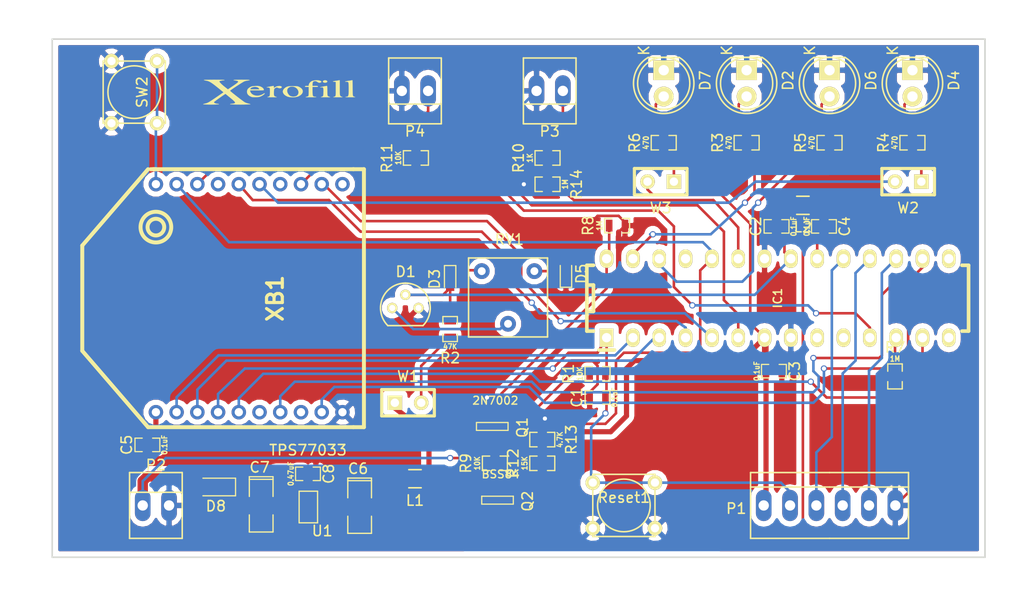
<source format=kicad_pcb>
(kicad_pcb (version 4) (host pcbnew 4.0.5-e0-6337~49~ubuntu14.04.1)
  (layers (0 F.Cu signal) (31 B.Cu signal) (34 B.Paste user hide) (35 F.Paste user hide) (36 B.SilkS user hide) (37 F.SilkS user) (38 B.Mask user hide) (39 F.Mask user hide) (44 Edge.Cuts user))
  (net 0 "")
  (net 1 /MC_Reset)
  (net 2 GND)
  (net 3 /ARef)
  (net 4 /Vcc)
  (net 5 /AVcc)
  (net 6 "Net-(C6-Pad1)")
  (net 7 "Net-(C7-Pad1)")
  (net 8 "Net-(D2-Pad2)")
  (net 9 "Net-(D3-Pad1)")
  (net 10 "Net-(D4-Pad2)")
  (net 11 "Net-(D5-Pad2)")
  (net 12 "Net-(D6-Pad2)")
  (net 13 "Net-(D7-Pad2)")
  (net 14 /Battery)
  (net 15 /RxD)
  (net 16 /TxD)
  (net 17 /CTS)
  (net 18 /RTS)
  (net 19 /Counter)
  (net 20 "Net-(IC1-Pad9)")
  (net 21 /Sleep_RQ)
  (net 22 /XBee_Reset)
  (net 23 "Net-(IC1-Pad14)")
  (net 24 "Net-(IC1-Pad10)")
  (net 25 /MOSI)
  (net 26 /MISO)
  (net 27 /SCK)
  (net 28 "Net-(P3-Pad1)")
  (net 29 "Net-(P4-Pad1)")
  (net 30 "Net-(Q2-PadD)")
  (net 31 "Net-(R2-Pad1)")
  (net 32 /TEST)
  (net 33 /Associate)
  (net 34 /DEBUG)
  (net 35 /Analogue)
  (net 36 "Net-(D1-Pad1)")
  (net 37 /Commissioning)
  (net 38 "Net-(U1-Pad4)")
  (net 39 "Net-(XB1-Pad14)")
  (net 40 "Net-(XB1-Pad17)")
  (net 41 "Net-(XB1-Pad11)")
  (net 42 "Net-(XB1-Pad8)")
  (net 43 "Net-(XB1-Pad6)")
  (net 44 /Bootloader)
  (net 45 "Net-(IC1-Pad15)")
  (net 46 "Net-(IC1-Pad25)")
  (net 47 /VBAT_CTL)
  (net 48 /On_Sleep)
  (net 49 "Net-(Q1-PadD)")
  (net 50 /VBAT)
  (net 51 "Net-(R4-Pad2)")
  (net 52 "Net-(R6-Pad2)")
  (module photodiode:PINHEAD1-2 (layer F.Cu) (at 85 55 180)
    (fp_text reference P4 (at 0 -3.9 180) (layer F.SilkS))
    (fp_text value Count)
    (pad 1 thru_hole oval (at -1.27 0 180) (size 1.50622 3.01498) (drill 1) (layers *.Cu *.Mask) (net 29 "Net-(P4-Pad1)"))
    (pad 2 thru_hole oval (at 1.27 0 180) (size 1.50622 3.01498) (drill 1) (layers *.Cu *.Mask) (net 2 GND))
  )
  (module photodiode:SM0603_Capa (layer F.Cu) (at 102.616 84.582 180)
    (fp_text reference C1 (at 2 0 270) (layer F.SilkS))
    (fp_text value 0.1uF (at -1.651 0 270) (layer F.SilkS) (effects (font (size 0.508 0.4572) (thickness 0.1143))))
    (pad 1 smd rect (at -0.762 0 180) (size 0.635 1.143) (layers F.Cu F.Paste F.Mask) (net 1 /MC_Reset))
    (pad 2 smd rect (at 0.762 0 180) (size 0.635 1.143) (layers F.Cu F.Paste F.Mask) (net 2 GND))
  )
  (module photodiode:SM0603_Capa (layer F.Cu) (at 119.888 68.072 180)
    (fp_text reference C2 (at 2 0 270) (layer F.SilkS))
    (fp_text value 0.1uF (at -1.651 0 270) (layer F.SilkS) (effects (font (size 0.508 0.4572) (thickness 0.1143))))
    (pad 1 smd rect (at -0.762 0 180) (size 0.635 1.143) (layers F.Cu F.Paste F.Mask) (net 3 /ARef))
    (pad 2 smd rect (at 0.762 0 180) (size 0.635 1.143) (layers F.Cu F.Paste F.Mask) (net 2 GND))
  )
  (module photodiode:SM0603_Capa (layer F.Cu) (at 119.634 82.042)
    (fp_text reference C3 (at 2 0 90) (layer F.SilkS))
    (fp_text value 0.1uF (at -1.651 0 90) (layer F.SilkS) (effects (font (size 0.508 0.4572) (thickness 0.1143))))
    (pad 1 smd rect (at -0.762 0) (size 0.635 1.143) (layers F.Cu F.Paste F.Mask) (net 4 /Vcc))
    (pad 2 smd rect (at 0.762 0) (size 0.635 1.143) (layers F.Cu F.Paste F.Mask) (net 2 GND))
  )
  (module photodiode:SM0603_Capa (layer F.Cu) (at 124.46 68.072)
    (fp_text reference C4 (at 2 0 90) (layer F.SilkS))
    (fp_text value 0.1uF (at -1.651 0 90) (layer F.SilkS) (effects (font (size 0.508 0.4572) (thickness 0.1143))))
    (pad 1 smd rect (at -0.762 0) (size 0.635 1.143) (layers F.Cu F.Paste F.Mask) (net 5 /AVcc))
    (pad 2 smd rect (at 0.762 0) (size 0.635 1.143) (layers F.Cu F.Paste F.Mask) (net 2 GND))
  )
  (module photodiode:SM0603_Capa (layer F.Cu) (at 59.182 89.154 180)
    (fp_text reference C5 (at 2 0 270) (layer F.SilkS))
    (fp_text value 0.1uF (at -1.651 0 270) (layer F.SilkS) (effects (font (size 0.508 0.4572) (thickness 0.1143))))
    (pad 1 smd rect (at -0.762 0 180) (size 0.635 1.143) (layers F.Cu F.Paste F.Mask) (net 4 /Vcc))
    (pad 2 smd rect (at 0.762 0 180) (size 0.635 1.143) (layers F.Cu F.Paste F.Mask) (net 2 GND))
  )
  (module photodiode:SM1206POL (layer F.Cu) (at 79.66 95.15 270)
    (fp_text reference C6 (at -3.7 0.15 360) (layer F.SilkS))
    (fp_text value 10uF hide)
    (pad 1 smd rect (at -1.651 0 270) (size 1.524 2.032) (layers F.Cu F.Paste F.Mask) (net 6 "Net-(C6-Pad1)"))
    (pad 2 smd rect (at 1.651 0 270) (size 1.524 2.032) (layers F.Cu F.Paste F.Mask) (net 2 GND))
  )
  (module photodiode:SM1206POL (layer F.Cu) (at 70.16 95.02 270)
    (fp_text reference C7 (at -3.7 0.15 360) (layer F.SilkS))
    (fp_text value 10uF hide)
    (pad 1 smd rect (at -1.651 0 270) (size 1.524 2.032) (layers F.Cu F.Paste F.Mask) (net 7 "Net-(C7-Pad1)"))
    (pad 2 smd rect (at 1.651 0 270) (size 1.524 2.032) (layers F.Cu F.Paste F.Mask) (net 2 GND))
  )
  (module photodiode:LED-5MM (layer F.Cu) (at 117 53 270)
    (fp_text reference D2 (at 1 -4 270) (layer F.SilkS))
    (fp_text value Test)
    (fp_text user K (at -1.905 1.905 270) (layer F.SilkS))
    (pad 1 thru_hole rect (at 0 0) (size 2 1.9) (drill 1) (layers *.Cu *.Mask F.SilkS) (net 2 GND))
    (pad 2 thru_hole circle (at 2.54 0 270) (size 1.9 1.9) (drill 1) (layers *.Cu *.Mask F.SilkS) (net 8 "Net-(D2-Pad2)"))
  )
  (module photodiode:D_0603 (layer F.Cu) (at 88.392 73.152 270)
    (fp_text reference D3 (at 0 1.5 270) (layer F.SilkS))
    (fp_text value D)
    (pad 1 smd rect (at -0.85 0 270) (size 0.6 0.8) (layers F.Cu F.Paste F.Mask) (net 9 "Net-(D3-Pad1)"))
    (pad 2 smd rect (at 0.85 0 270) (size 0.6 0.8) (layers F.Cu F.Paste F.Mask) (net 3 /ARef))
  )
  (module photodiode:LED-5MM (layer F.Cu) (at 133 53 270)
    (fp_text reference D4 (at 1 -4 270) (layer F.SilkS))
    (fp_text value Associate)
    (fp_text user K (at -1.905 1.905 270) (layer F.SilkS))
    (pad 1 thru_hole rect (at 0 0) (size 2 1.9) (drill 1) (layers *.Cu *.Mask F.SilkS) (net 2 GND))
    (pad 2 thru_hole circle (at 2.54 0 270) (size 1.9 1.9) (drill 1) (layers *.Cu *.Mask F.SilkS) (net 10 "Net-(D4-Pad2)"))
  )
  (module photodiode:D_0603 (layer F.Cu) (at 99.568 72.644 90)
    (fp_text reference D5 (at 0 1.5 90) (layer F.SilkS))
    (fp_text value D)
    (pad 1 smd rect (at -0.85 0 90) (size 0.6 0.8) (layers F.Cu F.Paste F.Mask) (net 2 GND))
    (pad 2 smd rect (at 0.85 0 90) (size 0.6 0.8) (layers F.Cu F.Paste F.Mask) (net 11 "Net-(D5-Pad2)"))
  )
  (module photodiode:LED-5MM (layer F.Cu) (at 125 53 270)
    (fp_text reference D6 (at 1 -4 270) (layer F.SilkS))
    (fp_text value Debug)
    (fp_text user K (at -1.905 1.905 270) (layer F.SilkS))
    (pad 1 thru_hole rect (at 0 0) (size 2 1.9) (drill 1) (layers *.Cu *.Mask F.SilkS) (net 2 GND))
    (pad 2 thru_hole circle (at 2.54 0 270) (size 1.9 1.9) (drill 1) (layers *.Cu *.Mask F.SilkS) (net 12 "Net-(D6-Pad2)"))
  )
  (module photodiode:LED-5MM (layer F.Cu) (at 109 53 270)
    (fp_text reference D7 (at 1 -4 270) (layer F.SilkS))
    (fp_text value Power)
    (fp_text user K (at -1.905 1.905 270) (layer F.SilkS))
    (pad 1 thru_hole rect (at 0 0) (size 2 1.9) (drill 1) (layers *.Cu *.Mask F.SilkS) (net 2 GND))
    (pad 2 thru_hole circle (at 2.54 0 270) (size 1.9 1.9) (drill 1) (layers *.Cu *.Mask F.SilkS) (net 13 "Net-(D7-Pad2)"))
  )
  (module photodiode:D_SOD-323_HandSoldering (layer F.Cu) (at 65.786 93.218 180)
    (fp_text reference D8 (at 0 -1.85 180) (layer F.SilkS))
    (fp_text value CUS520)
    (pad 1 smd rect (at -1.25 0 180) (size 1 1) (layers F.Cu F.Paste F.Mask) (net 7 "Net-(C7-Pad1)"))
    (pad 2 smd rect (at 1.25 0 180) (size 1 1) (layers F.Cu F.Paste F.Mask) (net 14 /Battery))
  )
  (module photodiode:R_0805 (layer F.Cu) (at 85 92.42 180)
    (fp_text reference L1 (at 0 -2.1 180) (layer F.SilkS))
    (fp_text value 100nH)
    (pad 1 smd rect (at -1.35 0 180) (size 1.5 1.3) (layers F.Cu F.Paste F.Mask) (net 4 /Vcc))
    (pad 2 smd rect (at 1.35 0 180) (size 1.5 1.3) (layers F.Cu F.Paste F.Mask) (net 6 "Net-(C6-Pad1)"))
  )
  (module photodiode:R_0805 (layer F.Cu) (at 122.428 66.04 180)
    (fp_text reference L2 (at 0 -2.1 180) (layer F.SilkS))
    (fp_text value 100nH)
    (pad 1 smd rect (at -1.35 0 180) (size 1.5 1.3) (layers F.Cu F.Paste F.Mask) (net 5 /AVcc))
    (pad 2 smd rect (at 1.35 0 180) (size 1.5 1.3) (layers F.Cu F.Paste F.Mask) (net 6 "Net-(C6-Pad1)"))
  )
  (module photodiode:PINHEAD1-6 (layer F.Cu) (at 125 95 180)
    (fp_text reference P1 (at 9 -0.3 180) (layer F.SilkS))
    (fp_text value Program)
    (pad 1 thru_hole oval (at -6.35 0 180) (size 1.50622 3.01498) (drill 1) (layers *.Cu *.Mask) (net 2 GND))
    (pad 2 thru_hole oval (at -3.81 0 180) (size 1.50622 3.01498) (drill 1) (layers *.Cu *.Mask) (net 25 /MOSI))
    (pad 3 thru_hole oval (at -1.27 0 180) (size 1.50622 3.01498) (drill 1) (layers *.Cu *.Mask) (net 26 /MISO))
    (pad 4 thru_hole oval (at 1.27 0 180) (size 1.50622 3.01498) (drill 1) (layers *.Cu *.Mask) (net 27 /SCK))
    (pad 5 thru_hole oval (at 3.81 0 180) (size 1.50622 3.01498) (drill 1) (layers *.Cu *.Mask) (net 1 /MC_Reset))
    (pad 6 thru_hole oval (at 6.35 0 180) (size 1.50622 3.01498) (drill 1) (layers *.Cu *.Mask) (net 4 /Vcc))
  )
  (module photodiode:PINHEAD1-2 (layer F.Cu) (at 60 95)
    (fp_text reference P2 (at 0 -3.9) (layer F.SilkS))
    (fp_text value "Power 3.7V-12V")
    (pad 1 thru_hole oval (at -1.27 0) (size 1.50622 3.01498) (drill 1) (layers *.Cu *.Mask) (net 14 /Battery))
    (pad 2 thru_hole oval (at 1.27 0) (size 1.50622 3.01498) (drill 1) (layers *.Cu *.Mask) (net 2 GND))
  )
  (module photodiode:PINHEAD1-2 (layer F.Cu) (at 98 55 180)
    (fp_text reference P3 (at 0 -3.9 180) (layer F.SilkS))
    (fp_text value Analogue)
    (pad 1 thru_hole oval (at -1.27 0 180) (size 1.50622 3.01498) (drill 1) (layers *.Cu *.Mask) (net 28 "Net-(P3-Pad1)"))
    (pad 2 thru_hole oval (at 1.27 0 180) (size 1.50622 3.01498) (drill 1) (layers *.Cu *.Mask) (net 2 GND))
  )
  (module photodiode:SOT23GDS (layer F.Cu) (at 92.456 87.376)
    (fp_text reference Q1 (at 2.9 0.1 90) (layer F.SilkS))
    (fp_text value 2N7002 (at 0.3 -2.5) (layer F.SilkS) (effects (font (size 0.762 0.762) (thickness 0.12954))))
    (pad S smd rect (at -0.889 -1.016) (size 0.9144 0.9144) (layers F.Cu F.Paste F.Mask) (net 2 GND))
    (pad G smd rect (at 0.889 -1.016) (size 0.9144 0.9144) (layers F.Cu F.Paste F.Mask) (net 47 /VBAT_CTL))
    (pad D smd rect (at 0 1.016) (size 0.9144 0.9144) (layers F.Cu F.Paste F.Mask) (net 49 "Net-(Q1-PadD)"))
  )
  (module photodiode:SOT23GDS (layer F.Cu) (at 92.964 94.488)
    (fp_text reference Q2 (at 2.9 0.1 90) (layer F.SilkS))
    (fp_text value BSS84 (at 0.3 -2.5) (layer F.SilkS) (effects (font (size 0.762 0.762) (thickness 0.12954))))
    (pad S smd rect (at -0.889 -1.016) (size 0.9144 0.9144) (layers F.Cu F.Paste F.Mask) (net 14 /Battery))
    (pad G smd rect (at 0.889 -1.016) (size 0.9144 0.9144) (layers F.Cu F.Paste F.Mask) (net 49 "Net-(Q1-PadD)"))
    (pad D smd rect (at 0 1.016) (size 0.9144 0.9144) (layers F.Cu F.Paste F.Mask) (net 30 "Net-(Q2-PadD)"))
  )
  (module photodiode:SM0603_Resistor (layer F.Cu) (at 102.616 82.296)
    (fp_text reference R1 (at -2.8 0 90) (layer F.SilkS))
    (fp_text value 10K (at -1.69926 0 90) (layer F.SilkS) (effects (font (size 0.508 0.4572) (thickness 0.1143))))
    (pad 1 smd rect (at -0.762 0) (size 0.635 1.143) (layers F.Cu F.Paste F.Mask) (net 4 /Vcc))
    (pad 2 smd rect (at 0.762 0) (size 0.635 1.143) (layers F.Cu F.Paste F.Mask) (net 1 /MC_Reset))
  )
  (module photodiode:SM0603_Resistor (layer F.Cu) (at 88.392 77.978 90)
    (fp_text reference R2 (at -2.8 0 180) (layer F.SilkS))
    (fp_text value 47K (at -1.69926 0 180) (layer F.SilkS) (effects (font (size 0.508 0.4572) (thickness 0.1143))))
    (pad 1 smd rect (at -0.762 0 90) (size 0.635 1.143) (layers F.Cu F.Paste F.Mask) (net 31 "Net-(R2-Pad1)"))
    (pad 2 smd rect (at 0.762 0 90) (size 0.635 1.143) (layers F.Cu F.Paste F.Mask) (net 3 /ARef))
  )
  (module photodiode:SM0603_Resistor (layer F.Cu) (at 117 60)
    (fp_text reference R3 (at -2.8 0 90) (layer F.SilkS))
    (fp_text value 470 (at -1.69926 0 90) (layer F.SilkS) (effects (font (size 0.508 0.4572) (thickness 0.1143))))
    (pad 1 smd rect (at -0.762 0) (size 0.635 1.143) (layers F.Cu F.Paste F.Mask) (net 8 "Net-(D2-Pad2)"))
    (pad 2 smd rect (at 0.762 0) (size 0.635 1.143) (layers F.Cu F.Paste F.Mask) (net 32 /TEST))
  )
  (module photodiode:SM0603_Resistor (layer F.Cu) (at 133 60)
    (fp_text reference R4 (at -2.8 0 90) (layer F.SilkS))
    (fp_text value 470 (at -1.69926 0 90) (layer F.SilkS) (effects (font (size 0.508 0.4572) (thickness 0.1143))))
    (pad 1 smd rect (at -0.762 0) (size 0.635 1.143) (layers F.Cu F.Paste F.Mask) (net 10 "Net-(D4-Pad2)"))
    (pad 2 smd rect (at 0.762 0) (size 0.635 1.143) (layers F.Cu F.Paste F.Mask) (net 51 "Net-(R4-Pad2)"))
  )
  (module photodiode:SM0603_Resistor (layer F.Cu) (at 125 60)
    (fp_text reference R5 (at -2.8 0 90) (layer F.SilkS))
    (fp_text value 470 (at -1.69926 0 90) (layer F.SilkS) (effects (font (size 0.508 0.4572) (thickness 0.1143))))
    (pad 1 smd rect (at -0.762 0) (size 0.635 1.143) (layers F.Cu F.Paste F.Mask) (net 12 "Net-(D6-Pad2)"))
    (pad 2 smd rect (at 0.762 0) (size 0.635 1.143) (layers F.Cu F.Paste F.Mask) (net 34 /DEBUG))
  )
  (module photodiode:SM0603_Resistor (layer F.Cu) (at 109 60)
    (fp_text reference R6 (at -2.8 0 90) (layer F.SilkS))
    (fp_text value 470 (at -1.69926 0 90) (layer F.SilkS) (effects (font (size 0.508 0.4572) (thickness 0.1143))))
    (pad 1 smd rect (at -0.762 0) (size 0.635 1.143) (layers F.Cu F.Paste F.Mask) (net 13 "Net-(D7-Pad2)"))
    (pad 2 smd rect (at 0.762 0) (size 0.635 1.143) (layers F.Cu F.Paste F.Mask) (net 52 "Net-(R6-Pad2)"))
  )
  (module photodiode:SM0603_Resistor (layer F.Cu) (at 131.318 82.55 270)
    (fp_text reference R7 (at -2.8 0 360) (layer F.SilkS))
    (fp_text value 1M (at -1.69926 0 360) (layer F.SilkS) (effects (font (size 0.508 0.4572) (thickness 0.1143))))
    (pad 1 smd rect (at -0.762 0 270) (size 0.635 1.143) (layers F.Cu F.Paste F.Mask) (net 21 /Sleep_RQ))
    (pad 2 smd rect (at 0.762 0 270) (size 0.635 1.143) (layers F.Cu F.Paste F.Mask) (net 2 GND))
  )
  (module photodiode:SM0603_Resistor (layer F.Cu) (at 104.5 68)
    (fp_text reference R8 (at -2.8 0 90) (layer F.SilkS))
    (fp_text value 1M (at -1.69926 0 90) (layer F.SilkS) (effects (font (size 0.508 0.4572) (thickness 0.1143))))
    (pad 1 smd rect (at -0.762 0) (size 0.635 1.143) (layers F.Cu F.Paste F.Mask) (net 47 /VBAT_CTL))
    (pad 2 smd rect (at 0.762 0) (size 0.635 1.143) (layers F.Cu F.Paste F.Mask) (net 2 GND))
  )
  (module photodiode:SM0603_Resistor (layer F.Cu) (at 92.71 90.932)
    (fp_text reference R9 (at -2.8 0 90) (layer F.SilkS))
    (fp_text value 10K (at -1.69926 0 90) (layer F.SilkS) (effects (font (size 0.508 0.4572) (thickness 0.1143))))
    (pad 1 smd rect (at -0.762 0) (size 0.635 1.143) (layers F.Cu F.Paste F.Mask) (net 14 /Battery))
    (pad 2 smd rect (at 0.762 0) (size 0.635 1.143) (layers F.Cu F.Paste F.Mask) (net 49 "Net-(Q1-PadD)"))
  )
  (module photodiode:SM0603_Resistor (layer F.Cu) (at 97.79 61.468)
    (fp_text reference R10 (at -2.8 0 90) (layer F.SilkS))
    (fp_text value 1K (at -1.69926 0 90) (layer F.SilkS) (effects (font (size 0.508 0.4572) (thickness 0.1143))))
    (pad 1 smd rect (at -0.762 0) (size 0.635 1.143) (layers F.Cu F.Paste F.Mask) (net 28 "Net-(P3-Pad1)"))
    (pad 2 smd rect (at 0.762 0) (size 0.635 1.143) (layers F.Cu F.Paste F.Mask) (net 35 /Analogue))
  )
  (module photodiode:SM0603_Resistor (layer F.Cu) (at 85.09 61.468)
    (fp_text reference R11 (at -2.8 0 90) (layer F.SilkS))
    (fp_text value 10K (at -1.69926 0 90) (layer F.SilkS) (effects (font (size 0.508 0.4572) (thickness 0.1143))))
    (pad 1 smd rect (at -0.762 0) (size 0.635 1.143) (layers F.Cu F.Paste F.Mask) (net 29 "Net-(P4-Pad1)"))
    (pad 2 smd rect (at 0.762 0) (size 0.635 1.143) (layers F.Cu F.Paste F.Mask) (net 19 /Counter))
  )
  (module photodiode:SM0603_Resistor (layer F.Cu) (at 97.282 90.932)
    (fp_text reference R12 (at -2.8 0 90) (layer F.SilkS))
    (fp_text value 15K (at -1.69926 0 90) (layer F.SilkS) (effects (font (size 0.508 0.4572) (thickness 0.1143))))
    (pad 1 smd rect (at -0.762 0) (size 0.635 1.143) (layers F.Cu F.Paste F.Mask) (net 30 "Net-(Q2-PadD)"))
    (pad 2 smd rect (at 0.762 0) (size 0.635 1.143) (layers F.Cu F.Paste F.Mask) (net 50 /VBAT))
  )
  (module photodiode:SM0603_Resistor (layer F.Cu) (at 97.282 88.646 180)
    (fp_text reference R13 (at -2.8 0 270) (layer F.SilkS))
    (fp_text value 4.7K (at -1.69926 0 270) (layer F.SilkS) (effects (font (size 0.508 0.4572) (thickness 0.1143))))
    (pad 1 smd rect (at -0.762 0 180) (size 0.635 1.143) (layers F.Cu F.Paste F.Mask) (net 50 /VBAT))
    (pad 2 smd rect (at 0.762 0 180) (size 0.635 1.143) (layers F.Cu F.Paste F.Mask) (net 2 GND))
  )
  (module photodiode:SM0603_Resistor (layer F.Cu) (at 97.79 64.008 180)
    (fp_text reference R14 (at -2.8 0 270) (layer F.SilkS))
    (fp_text value 1M (at -1.69926 0 270) (layer F.SilkS) (effects (font (size 0.508 0.4572) (thickness 0.1143))))
    (pad 1 smd rect (at -0.762 0 180) (size 0.635 1.143) (layers F.Cu F.Paste F.Mask) (net 35 /Analogue))
    (pad 2 smd rect (at 0.762 0 180) (size 0.635 1.143) (layers F.Cu F.Paste F.Mask) (net 2 GND))
  )
  (module photodiode:Potentiometer_Bourns_3362F (layer F.Cu) (at 96.52 72.39)
    (fp_text reference RV1 (at -2.413 -3.048) (layer F.SilkS))
    (fp_text value 100K)
    (pad 1 thru_hole circle (at 0 0) (size 1.524 1.524) (drill 0.762) (layers *.Cu *.Mask) (net 11 "Net-(D5-Pad2)"))
    (pad 2 thru_hole circle (at -2.54 5.08) (size 1.524 1.524) (drill 0.762) (layers *.Cu *.Mask) (net 36 "Net-(D1-Pad1)"))
    (pad 3 thru_hole circle (at -5.08 0) (size 1.524 1.524) (drill 0.762) (layers *.Cu *.Mask) (net 9 "Net-(D3-Pad1)"))
  )
  (module photodiode:SW_PUSH_TINY (layer F.Cu) (at 57.912 55.118 270)
    (fp_text reference SW2 (at 0 -0.762 270) (layer F.SilkS))
    (fp_text value Commissioning)
    (pad 1 thru_hole circle (at 3 -2.2 270) (size 1.397 1.397) (drill 0.8) (layers *.Cu *.Mask F.SilkS) (net 37 /Commissioning))
    (pad 2 thru_hole circle (at 3 2.2 270) (size 1.397 1.397) (drill 0.8) (layers *.Cu *.Mask F.SilkS) (net 2 GND))
    (pad 1 thru_hole circle (at -3 -2.2 270) (size 1.397 1.397) (drill 0.8) (layers *.Cu *.Mask F.SilkS) (net 37 /Commissioning))
    (pad 2 thru_hole circle (at -3 2.2 270) (size 1.397 1.397) (drill 0.8) (layers *.Cu *.Mask F.SilkS) (net 2 GND))
  )
  (module photodiode:SOT23-5 (layer F.Cu) (at 74.71 95.15 270)
    (fp_text reference U1 (at 2.31 -1.34 360) (layer F.SilkS))
    (fp_text value TPS77033 (at -5.488 0.034 360) (layer F.SilkS))
    (pad 1 smd rect (at -0.9525 1.27 270) (size 0.508 0.762) (layers F.Cu F.Paste F.Mask) (net 7 "Net-(C7-Pad1)"))
    (pad 3 smd rect (at 0.9525 1.27 270) (size 0.508 0.762) (layers F.Cu F.Paste F.Mask) (net 2 GND))
    (pad 5 smd rect (at -0.9525 -1.27 270) (size 0.508 0.762) (layers F.Cu F.Paste F.Mask) (net 6 "Net-(C6-Pad1)"))
    (pad 2 smd rect (at 0 1.27 270) (size 0.508 0.762) (layers F.Cu F.Paste F.Mask) (net 2 GND))
    (pad 4 smd rect (at 0.9525 -1.27 270) (size 0.508 0.762) (layers F.Cu F.Paste F.Mask) (net 38 "Net-(U1-Pad4)"))
  )
  (module photodiode:SIL-2 (layer F.Cu) (at 84.328 85.09)
    (fp_text reference W1 (at 0 -2.54) (layer F.SilkS))
    (fp_text value Jumper hide)
    (pad 1 thru_hole rect (at -1.27 0) (size 1.397 1.397) (drill 0.8128) (layers *.Cu *.Mask F.SilkS) (net 4 /Vcc))
    (pad 2 thru_hole circle (at 1.27 0) (size 1.397 1.397) (drill 0.8128) (layers *.Cu *.Mask F.SilkS) (net 31 "Net-(R2-Pad1)"))
  )
  (module photodiode:XBee (layer F.Cu) (at 60 75 90)
    (fp_text reference XB1 (at -0.02 11.51 90) (layer F.SilkS) (effects (font (thickness 0.3048))))
    (fp_text value XBEE hide)
    (pad 20 thru_hole circle (at 11.00074 0 90) (size 1.4 1.4) (drill 0.8) (layers *.Cu *.Mask) (net 37 /Commissioning))
    (pad 16 thru_hole circle (at 11.00074 8.001 90) (size 1.4 1.4) (drill 0.8) (layers *.Cu *.Mask) (net 18 /RTS))
    (pad 14 thru_hole circle (at 11.00074 11.99896 90) (size 1.4 1.4) (drill 0.8) (layers *.Cu *.Mask) (net 39 "Net-(XB1-Pad14)"))
    (pad 15 thru_hole circle (at 11.00074 9.99998 90) (size 1.4 1.4) (drill 0.8) (layers *.Cu *.Mask) (net 33 /Associate))
    (pad 18 thru_hole circle (at 11.00074 4.0005 90) (size 1.4 1.4) (drill 0.8) (layers *.Cu *.Mask) (net 35 /Analogue))
    (pad 17 thru_hole circle (at 11.00074 5.99948 90) (size 1.4 1.4) (drill 0.8) (layers *.Cu *.Mask) (net 40 "Net-(XB1-Pad17)"))
    (pad 19 thru_hole circle (at 11.00074 1.99898 90) (size 1.4 1.4) (drill 0.8) (layers *.Cu *.Mask) (net 50 /VBAT))
    (pad 12 thru_hole circle (at 11.00074 15.99946 90) (size 1.4 1.4) (drill 0.8) (layers *.Cu *.Mask) (net 17 /CTS))
    (pad 11 thru_hole circle (at 11.00074 18.00098 90) (size 1.4 1.4) (drill 0.8) (layers *.Cu *.Mask) (net 41 "Net-(XB1-Pad11)"))
    (pad 13 thru_hole circle (at 11.00074 14.00048 90) (size 1.4 1.4) (drill 0.8) (layers *.Cu *.Mask) (net 48 /On_Sleep))
    (pad 8 thru_hole circle (at -11.00074 14.00048 90) (size 1.4 1.4) (drill 0.8) (layers *.Cu *.Mask) (net 42 "Net-(XB1-Pad8)"))
    (pad 10 thru_hole circle (at -11.00074 18.00098 90) (size 1.4 1.4) (drill 0.8) (layers *.Cu *.Mask) (net 2 GND))
    (pad 9 thru_hole circle (at -11.00074 15.99946 90) (size 1.4 1.4) (drill 0.8) (layers *.Cu *.Mask) (net 21 /Sleep_RQ))
    (pad 2 thru_hole circle (at -11.00074 1.99898 90) (size 1.4 1.4) (drill 0.8) (layers *.Cu *.Mask) (net 15 /RxD))
    (pad 4 thru_hole circle (at -11.00074 5.99948 90) (size 1.4 1.4) (drill 0.8) (layers *.Cu *.Mask) (net 1 /MC_Reset))
    (pad 3 thru_hole circle (at -11.00074 4.0005 90) (size 1.4 1.4) (drill 0.8) (layers *.Cu *.Mask) (net 16 /TxD))
    (pad 6 thru_hole circle (at -11.00074 9.99998 90) (size 1.4 1.4) (drill 0.8) (layers *.Cu *.Mask) (net 43 "Net-(XB1-Pad6)"))
    (pad 7 thru_hole circle (at -11.00074 11.99896 90) (size 1.4 1.4) (drill 0.8) (layers *.Cu *.Mask) (net 44 /Bootloader))
    (pad 5 thru_hole circle (at -11.00074 8.001 90) (size 1.4 1.4) (drill 0.8) (layers *.Cu *.Mask) (net 22 /XBee_Reset))
    (pad 1 thru_hole circle (at -11.00074 0 90) (size 1.4 1.4) (drill 0.8) (layers *.Cu *.Mask) (net 4 /Vcc))
  )
  (module photodiode:DIP-28 (layer F.Cu) (at 120 75 90)
    (fp_text reference IC1 (at 0 0 90) (layer F.SilkS) (effects (font (size 0.8 0.8))))
    (fp_text value ATMEGA48-P)
    (pad 1 thru_hole rect (at -3.81 -16.51 90) (size 1.778 1.3) (drill 0.9) (layers *.Cu *.Mask F.SilkS) (net 1 /MC_Reset))
    (pad 2 thru_hole oval (at -3.81 -13.97 90) (size 1.778 1.3) (drill 0.9) (layers *.Cu *.Mask F.SilkS) (net 15 /RxD))
    (pad 3 thru_hole oval (at -3.81 -11.43 90) (size 1.778 1.3) (drill 0.9) (layers *.Cu *.Mask F.SilkS) (net 16 /TxD))
    (pad 4 thru_hole oval (at -3.81 -8.89 90) (size 1.778 1.3) (drill 0.9) (layers *.Cu *.Mask F.SilkS) (net 17 /CTS))
    (pad 5 thru_hole oval (at -3.81 -6.35 90) (size 1.778 1.3) (drill 0.9) (layers *.Cu *.Mask F.SilkS) (net 18 /RTS))
    (pad 6 thru_hole oval (at -3.81 -3.81 90) (size 1.778 1.3) (drill 0.9) (layers *.Cu *.Mask F.SilkS) (net 19 /Counter))
    (pad 7 thru_hole oval (at -3.81 -1.27 90) (size 1.778 1.3) (drill 0.9) (layers *.Cu *.Mask F.SilkS) (net 4 /Vcc))
    (pad 8 thru_hole oval (at -3.81 1.27 90) (size 1.778 1.3) (drill 0.9) (layers *.Cu *.Mask F.SilkS) (net 2 GND))
    (pad 9 thru_hole oval (at -3.81 3.81 90) (size 1.778 1.3) (drill 0.9) (layers *.Cu *.Mask F.SilkS) (net 20 "Net-(IC1-Pad9)"))
    (pad 10 thru_hole oval (at -3.81 6.35 90) (size 1.778 1.3) (drill 0.9) (layers *.Cu *.Mask F.SilkS) (net 24 "Net-(IC1-Pad10)"))
    (pad 11 thru_hole oval (at -3.81 8.89 90) (size 1.778 1.3) (drill 0.9) (layers *.Cu *.Mask F.SilkS) (net 48 /On_Sleep))
    (pad 12 thru_hole oval (at -3.81 11.43 90) (size 1.778 1.3) (drill 0.9) (layers *.Cu *.Mask F.SilkS) (net 21 /Sleep_RQ))
    (pad 13 thru_hole oval (at -3.81 13.97 90) (size 1.778 1.3) (drill 0.9) (layers *.Cu *.Mask F.SilkS) (net 22 /XBee_Reset))
    (pad 14 thru_hole oval (at -3.81 16.51 90) (size 1.778 1.3) (drill 0.9) (layers *.Cu *.Mask F.SilkS) (net 23 "Net-(IC1-Pad14)"))
    (pad 15 thru_hole oval (at 3.81 16.51 90) (size 1.778 1.3) (drill 0.9) (layers *.Cu *.Mask F.SilkS) (net 45 "Net-(IC1-Pad15)"))
    (pad 16 thru_hole oval (at 3.81 13.97 90) (size 1.778 1.3) (drill 0.9) (layers *.Cu *.Mask F.SilkS) (net 44 /Bootloader))
    (pad 17 thru_hole oval (at 3.81 11.43 90) (size 1.778 1.3) (drill 0.9) (layers *.Cu *.Mask F.SilkS) (net 25 /MOSI))
    (pad 18 thru_hole oval (at 3.81 8.89 90) (size 1.778 1.3) (drill 0.9) (layers *.Cu *.Mask F.SilkS) (net 26 /MISO))
    (pad 19 thru_hole oval (at 3.81 6.35 90) (size 1.778 1.3) (drill 0.9) (layers *.Cu *.Mask F.SilkS) (net 27 /SCK))
    (pad 20 thru_hole oval (at 3.81 3.81 90) (size 1.778 1.3) (drill 0.9) (layers *.Cu *.Mask F.SilkS) (net 5 /AVcc))
    (pad 21 thru_hole oval (at 3.81 1.27 90) (size 1.778 1.3) (drill 0.9) (layers *.Cu *.Mask F.SilkS) (net 3 /ARef))
    (pad 22 thru_hole oval (at 3.81 -1.27 90) (size 1.778 1.3) (drill 0.9) (layers *.Cu *.Mask F.SilkS) (net 2 GND))
    (pad 23 thru_hole oval (at 3.81 -3.81 90) (size 1.778 1.3) (drill 0.9) (layers *.Cu *.Mask F.SilkS) (net 35 /Analogue))
    (pad 24 thru_hole oval (at 3.81 -6.35 90) (size 1.778 1.3) (drill 0.9) (layers *.Cu *.Mask F.SilkS) (net 50 /VBAT))
    (pad 25 thru_hole oval (at 3.81 -8.89 90) (size 1.778 1.3) (drill 0.9) (layers *.Cu *.Mask F.SilkS) (net 46 "Net-(IC1-Pad25)"))
    (pad 26 thru_hole oval (at 3.81 -11.43 90) (size 1.778 1.3) (drill 0.9) (layers *.Cu *.Mask F.SilkS) (net 34 /DEBUG))
    (pad 27 thru_hole oval (at 3.81 -13.97 90) (size 1.778 1.3) (drill 0.9) (layers *.Cu *.Mask F.SilkS) (net 32 /TEST))
    (pad 28 thru_hole oval (at 3.81 -16.51 90) (size 1.778 1.3) (drill 0.9) (layers *.Cu *.Mask F.SilkS) (net 47 /VBAT_CTL))
  )
  (module photodiode:TO-92_LM336 (layer F.Cu) (at 82.804 75.946)
    (fp_text reference D1 (at 1.3 -3.5) (layer F.SilkS))
    (fp_text value LM336)
    (pad 2 thru_hole circle (at 1.27 -1.27 90) (size 1.00076 1.00076) (drill 0.6) (layers *.Cu *.Mask F.SilkS) (net 3 /ARef))
    (pad 3 thru_hole circle (at 2.54 0 90) (size 1.00076 1.00076) (drill 0.6) (layers *.Cu *.Mask F.SilkS) (net 2 GND))
    (pad 1 thru_hole circle (at 0 0 90) (size 1.00076 1.00076) (drill 0.6) (layers *.Cu *.Mask F.SilkS) (net 36 "Net-(D1-Pad1)"))
  )
  (module photodiode:SIL-2 (layer F.Cu) (at 132.588 63.754 180)
    (fp_text reference W2 (at 0 -2.54 180) (layer F.SilkS))
    (fp_text value Jumper hide)
    (pad 1 thru_hole rect (at -1.27 0 180) (size 1.397 1.397) (drill 0.8128) (layers *.Cu *.Mask F.SilkS) (net 51 "Net-(R4-Pad2)"))
    (pad 2 thru_hole circle (at 1.27 0 180) (size 1.397 1.397) (drill 0.8128) (layers *.Cu *.Mask F.SilkS) (net 33 /Associate))
  )
  (module photodiode:SIL-2 (layer F.Cu) (at 108.712 63.754 180)
    (fp_text reference W3 (at 0 -2.54 180) (layer F.SilkS))
    (fp_text value Jumper hide)
    (pad 1 thru_hole rect (at -1.27 0 180) (size 1.397 1.397) (drill 0.8128) (layers *.Cu *.Mask F.SilkS) (net 52 "Net-(R6-Pad2)"))
    (pad 2 thru_hole circle (at 1.27 0 180) (size 1.397 1.397) (drill 0.8128) (layers *.Cu *.Mask F.SilkS) (net 4 /Vcc))
  )
  (module photodiode:SM0603_Capa (layer F.Cu) (at 74.676 91.948)
    (fp_text reference C8 (at 2 0 90) (layer F.SilkS))
    (fp_text value 0.47uF (at -1.651 0 90) (layer F.SilkS) (effects (font (size 0.508 0.4572) (thickness 0.1143))))
    (pad 1 smd rect (at -0.762 0) (size 0.635 1.143) (layers F.Cu F.Paste F.Mask) (net 7 "Net-(C7-Pad1)"))
    (pad 2 smd rect (at 0.762 0) (size 0.635 1.143) (layers F.Cu F.Paste F.Mask) (net 2 GND))
  )
  (module photodiode:SW_PUSH_TINY (layer F.Cu) (at 105.156 94.996)
    (fp_text reference Reset1 (at 0 -0.762) (layer F.SilkS))
    (fp_text value Reset)
    (pad 1 thru_hole circle (at 3 -2.2) (size 1.397 1.397) (drill 0.8) (layers *.Cu *.Mask F.SilkS) (net 1 /MC_Reset))
    (pad 2 thru_hole circle (at 3 2.2) (size 1.397 1.397) (drill 0.8) (layers *.Cu *.Mask F.SilkS) (net 2 GND))
    (pad 1 thru_hole circle (at -3 -2.2) (size 1.397 1.397) (drill 0.8) (layers *.Cu *.Mask F.SilkS) (net 1 /MC_Reset))
    (pad 2 thru_hole circle (at -3 2.2) (size 1.397 1.397) (drill 0.8) (layers *.Cu *.Mask F.SilkS) (net 2 GND))
  )
  (module photodiode:Xerofill-Logo (layer F.Cu) (at 71.882 55.118)
    (fp_text reference G*** hide)
    (fp_text value LOGO hide)
  )
  (gr_line (start 140 50) (end 140 100) (angle 90) (layer Edge.Cuts) (width 0.15))
  (gr_line (start 50 50) (end 50 100) (angle 90) (layer Edge.Cuts) (width 0.15))
  (gr_line (start 50 100) (end 140 100) (angle 90) (layer Edge.Cuts) (width 0.15))
  (gr_line (start 50 50) (end 140 50) (angle 90) (layer Edge.Cuts) (width 0.15))
  (segment (start 65.99948 86.00074) (end 65.99948 84.244809) (width 0.25) (layer B.Cu) (net 1))
  (segment (start 102.616 80.264) (end 103.49 78.81) (width 0.25) (layer F.Cu) (net 1))
  (segment (start 98.298 81.788) (end 99.822 80.264) (width 0.25) (layer F.Cu) (net 1))
  (segment (start 99.822 80.264) (end 102.616 80.264) (width 0.25) (layer F.Cu) (net 1))
  (via (at 98.298 81.788) (size 0.6) (drill 0.4) (layers F.Cu B.Cu) (net 1))
  (segment (start 68.58 81.788) (end 98.298 81.788) (width 0.25) (layer B.Cu) (net 1))
  (segment (start 65.99948 84.244809) (end 68.58 81.788) (width 0.25) (layer B.Cu) (net 1))
  (segment (start 108 92.8) (end 120.306 92.8) (width 0.25) (layer B.Cu) (net 1))
  (segment (start 120.306 92.8) (end 121.19 93.684) (width 0.25) (layer B.Cu) (net 1))
  (segment (start 121.19 93.684) (end 121.19 95) (width 0.25) (layer B.Cu) (net 1))
  (segment (start 102 92.8) (end 108 92.8) (width 0.25) (layer B.Cu) (net 1))
  (segment (start 102 87.484) (end 102 92.8) (width 0.25) (layer B.Cu) (net 1))
  (segment (start 103.378 86.106) (end 102 87.484) (width 0.25) (layer B.Cu) (net 1))
  (via (at 103.378 86.106) (size 0.6) (drill 0.4) (layers F.Cu B.Cu) (net 1))
  (segment (start 103.478 82.394) (end 103.478 84.54) (width 0.25) (layer F.Cu) (net 1))
  (segment (start 103.49 78.81) (end 103.49 82.382) (width 0.25) (layer F.Cu) (net 1))
  (segment (start 103.49 82.382) (end 103.478 82.394) (width 0.25) (layer F.Cu) (net 1))
  (segment (start 103.478 84.54) (end 103.478 86.006) (width 0.25) (layer F.Cu) (net 1))
  (segment (start 103.478 86.006) (end 103.378 86.106) (width 0.25) (layer F.Cu) (net 1))
  (segment (start 96.52 88.646) (end 96.52 87.63) (width 0.5) (layer F.Cu) (net 2))
  (segment (start 91.567 84.963) (end 91.567 86.36) (width 0.5) (layer F.Cu) (net 2))
  (segment (start 91.948 84.582) (end 91.567 84.963) (width 0.5) (layer F.Cu) (net 2))
  (via (at 91.948 84.582) (size 0.6) (drill 0.4) (layers F.Cu B.Cu) (net 2))
  (segment (start 95.504 84.582) (end 91.948 84.582) (width 0.5) (layer B.Cu) (net 2))
  (segment (start 97.536 86.614) (end 95.504 84.582) (width 0.5) (layer B.Cu) (net 2))
  (via (at 97.536 86.614) (size 0.6) (drill 0.4) (layers F.Cu B.Cu) (net 2))
  (segment (start 96.52 87.63) (end 97.536 86.614) (width 0.5) (layer F.Cu) (net 2))
  (segment (start 97.028 64.008) (end 95.504 64.008) (width 0.25) (layer F.Cu) (net 2))
  (segment (start 94.234 57.496) (end 96.73 55) (width 0.25) (layer B.Cu) (net 2))
  (segment (start 94.234 62.738) (end 94.234 57.496) (width 0.25) (layer B.Cu) (net 2))
  (segment (start 95.504 64.008) (end 94.234 62.738) (width 0.25) (layer B.Cu) (net 2))
  (via (at 95.504 64.008) (size 0.6) (drill 0.4) (layers F.Cu B.Cu) (net 2))
  (segment (start 131.318 83.312) (end 132.08 83.312) (width 0.25) (layer F.Cu) (net 2))
  (segment (start 138.43 87.92) (end 131.35 95) (width 0.25) (layer F.Cu) (net 2))
  (segment (start 138.43 77.978) (end 138.43 87.92) (width 0.25) (layer F.Cu) (net 2))
  (segment (start 137.16 76.708) (end 138.43 77.978) (width 0.25) (layer F.Cu) (net 2))
  (segment (start 133.604 76.708) (end 137.16 76.708) (width 0.25) (layer F.Cu) (net 2))
  (segment (start 132.588 77.724) (end 133.604 76.708) (width 0.25) (layer F.Cu) (net 2))
  (segment (start 132.588 82.804) (end 132.588 77.724) (width 0.25) (layer F.Cu) (net 2))
  (segment (start 132.08 83.312) (end 132.588 82.804) (width 0.25) (layer F.Cu) (net 2))
  (segment (start 105.262 68) (end 105.262 67.67) (width 0.25) (layer F.Cu) (net 2))
  (segment (start 105.262 67.67) (end 104.648 67.056) (width 0.25) (layer F.Cu) (net 2))
  (segment (start 101.346 71.716) (end 99.568 73.494) (width 0.25) (layer F.Cu) (net 2))
  (segment (start 101.346 68.326) (end 101.346 71.716) (width 0.25) (layer F.Cu) (net 2))
  (segment (start 102.616 67.056) (end 101.346 68.326) (width 0.25) (layer F.Cu) (net 2))
  (segment (start 104.648 67.056) (end 102.616 67.056) (width 0.25) (layer F.Cu) (net 2))
  (segment (start 101.854 84.582) (end 101.854 84.074) (width 0.25) (layer F.Cu) (net 2))
  (segment (start 101.854 84.074) (end 102.616 83.312) (width 0.25) (layer F.Cu) (net 2))
  (segment (start 102.616 83.312) (end 102.616 81.534) (width 0.25) (layer F.Cu) (net 2))
  (segment (start 102.616 81.534) (end 102.108 81.026) (width 0.25) (layer F.Cu) (net 2))
  (segment (start 102.108 81.026) (end 100.076 81.026) (width 0.25) (layer F.Cu) (net 2))
  (segment (start 100.076 81.026) (end 98.298 82.804) (width 0.25) (layer F.Cu) (net 2))
  (segment (start 98.298 82.804) (end 97.282 82.804) (width 0.25) (layer F.Cu) (net 2))
  (segment (start 97.282 82.804) (end 96.774 82.296) (width 0.25) (layer F.Cu) (net 2))
  (segment (start 96.774 82.296) (end 97.028 81.788) (width 0.25) (layer F.Cu) (net 2))
  (segment (start 97.028 81.788) (end 104.648 74.168) (width 0.5) (layer F.Cu) (net 2))
  (segment (start 104.648 74.168) (end 104.648 68.614) (width 0.5) (layer F.Cu) (net 2))
  (segment (start 104.648 68.614) (end 105.262 68) (width 0.25) (layer F.Cu) (net 2))
  (segment (start 120.65 68.072) (end 120.65 70.57) (width 0.25) (layer F.Cu) (net 3))
  (segment (start 120.65 70.57) (end 121.27 71.19) (width 0.25) (layer F.Cu) (net 3))
  (segment (start 84.074 74.676) (end 117.784 74.676) (width 0.25) (layer B.Cu) (net 3))
  (segment (start 117.784 74.676) (end 121.27 71.19) (width 0.25) (layer B.Cu) (net 3))
  (segment (start 84.074 74.676) (end 87.718 74.676) (width 0.25) (layer F.Cu) (net 3))
  (segment (start 87.718 74.676) (end 88.392 74.002) (width 0.25) (layer F.Cu) (net 3))
  (segment (start 88.392 77.216) (end 88.392 74.002) (width 0.25) (layer F.Cu) (net 3))
  (segment (start 118.73 81.9) (end 118.872 82.042) (width 0.5) (layer F.Cu) (net 4))
  (segment (start 118.73 78.81) (end 118.73 81.9) (width 0.5) (layer F.Cu) (net 4))
  (segment (start 99.056 95) (end 99.056 88.904) (width 0.5) (layer F.Cu) (net 4))
  (segment (start 88.356 92.42) (end 89.916 93.98) (width 0.5) (layer F.Cu) (net 4))
  (segment (start 89.916 93.98) (end 89.916 95.504) (width 0.5) (layer F.Cu) (net 4))
  (segment (start 89.916 95.504) (end 91.694 97.282) (width 0.5) (layer F.Cu) (net 4))
  (segment (start 91.694 97.282) (end 96.774 97.282) (width 0.5) (layer F.Cu) (net 4))
  (segment (start 96.774 97.282) (end 99.056 95) (width 0.5) (layer F.Cu) (net 4))
  (segment (start 86.35 92.42) (end 88.356 92.42) (width 0.5) (layer F.Cu) (net 4))
  (segment (start 116.514 81.026) (end 118.73 78.81) (width 0.5) (layer F.Cu) (net 4))
  (segment (start 106.172 81.026) (end 116.514 81.026) (width 0.5) (layer F.Cu) (net 4))
  (segment (start 105.41 81.788) (end 106.172 81.026) (width 0.5) (layer F.Cu) (net 4))
  (segment (start 105.41 86.36) (end 105.41 81.788) (width 0.5) (layer F.Cu) (net 4))
  (segment (start 103.886 87.884) (end 105.41 86.36) (width 0.5) (layer F.Cu) (net 4))
  (segment (start 100.076 87.884) (end 103.886 87.884) (width 0.5) (layer F.Cu) (net 4))
  (segment (start 99.056 88.904) (end 100.076 87.884) (width 0.5) (layer F.Cu) (net 4))
  (segment (start 101.854 82.296) (end 100.076 82.296) (width 0.25) (layer F.Cu) (net 4))
  (segment (start 87.376 87.376) (end 86.35 88.402) (width 0.25) (layer F.Cu) (net 4))
  (segment (start 94.996 87.376) (end 87.376 87.376) (width 0.25) (layer F.Cu) (net 4))
  (segment (start 100.076 82.296) (end 94.996 87.376) (width 0.25) (layer F.Cu) (net 4))
  (segment (start 107.442 63.754) (end 107.442 64.516) (width 0.25) (layer F.Cu) (net 4))
  (segment (start 107.442 64.516) (end 107.95 65.024) (width 0.25) (layer F.Cu) (net 4))
  (segment (start 107.95 65.024) (end 114.554 65.024) (width 0.25) (layer F.Cu) (net 4))
  (segment (start 114.554 65.024) (end 117.348 67.818) (width 0.25) (layer F.Cu) (net 4))
  (segment (start 117.348 67.818) (end 117.348 77.428) (width 0.25) (layer F.Cu) (net 4))
  (segment (start 117.348 77.428) (end 118.73 78.81) (width 0.25) (layer F.Cu) (net 4))
  (segment (start 118.65 95) (end 118.872 94.778) (width 0.5) (layer F.Cu) (net 4))
  (segment (start 118.872 94.778) (end 118.872 78.952) (width 0.5) (layer F.Cu) (net 4))
  (segment (start 118.872 78.952) (end 118.73 78.81) (width 0.5) (layer F.Cu) (net 4))
  (segment (start 60 86.00074) (end 60 89.098) (width 0.5) (layer F.Cu) (net 4))
  (segment (start 60 89.098) (end 60.198 88.9) (width 0.5) (layer F.Cu) (net 4))
  (segment (start 60.198 88.9) (end 86.35 88.9) (width 0.5) (layer F.Cu) (net 4))
  (segment (start 86.35 92.42) (end 86.35 88.9) (width 0.5) (layer F.Cu) (net 4))
  (segment (start 86.35 88.9) (end 86.35 88.402) (width 0.5) (layer F.Cu) (net 4))
  (segment (start 86.35 88.402) (end 86.35 88.128) (width 0.5) (layer F.Cu) (net 4))
  (segment (start 83.058 85.598) (end 83.058 85.09) (width 0.5) (layer F.Cu) (net 4))
  (segment (start 86.35 88.128) (end 83.058 85.598) (width 0.5) (layer F.Cu) (net 4))
  (segment (start 123.778 66.04) (end 123.778 67.992) (width 0.25) (layer F.Cu) (net 5))
  (segment (start 123.778 67.992) (end 123.81 68.024) (width 0.25) (layer F.Cu) (net 5))
  (segment (start 123.81 68.024) (end 123.81 71.19) (width 0.25) (layer F.Cu) (net 5))
  (segment (start 121.078 66.04) (end 121.078 66.468) (width 0.25) (layer F.Cu) (net 6))
  (segment (start 121.078 66.468) (end 122.428 67.818) (width 0.25) (layer F.Cu) (net 6))
  (segment (start 122.428 67.818) (end 122.428 96.774) (width 0.25) (layer F.Cu) (net 6))
  (segment (start 122.428 96.774) (end 121.666 97.536) (width 0.25) (layer F.Cu) (net 6))
  (segment (start 121.666 97.536) (end 115.824 97.536) (width 0.25) (layer F.Cu) (net 6))
  (segment (start 115.824 97.536) (end 114.3 98.552) (width 0.25) (layer F.Cu) (net 6))
  (segment (start 114.3 98.552) (end 99.822 98.552) (width 0.25) (layer F.Cu) (net 6))
  (segment (start 99.822 98.552) (end 97.282 98.552) (width 0.25) (layer F.Cu) (net 6))
  (segment (start 97.282 98.552) (end 89.782 98.552) (width 0.25) (layer F.Cu) (net 6))
  (segment (start 89.782 98.552) (end 83.65 92.42) (width 0.25) (layer F.Cu) (net 6))
  (segment (start 79.66 93.499) (end 80.491 93.499) (width 0.5) (layer F.Cu) (net 6))
  (segment (start 80.491 93.499) (end 81.57 92.42) (width 0.5) (layer F.Cu) (net 6))
  (segment (start 81.57 92.42) (end 83.65 92.42) (width 0.5) (layer F.Cu) (net 6))
  (segment (start 75.98 94.1975) (end 75.9825 94.1975) (width 0.5) (layer F.Cu) (net 6))
  (segment (start 75.9825 94.1975) (end 76.681 93.499) (width 0.5) (layer F.Cu) (net 6))
  (segment (start 76.681 93.499) (end 79.66 93.499) (width 0.5) (layer F.Cu) (net 6))
  (segment (start 67.036 93.218) (end 70.009 93.218) (width 1) (layer F.Cu) (net 7))
  (segment (start 70.009 93.218) (end 70.16 93.369) (width 1) (layer F.Cu) (net 7))
  (segment (start 73.914 91.948) (end 73.914 93.7235) (width 0.5) (layer F.Cu) (net 7))
  (segment (start 73.914 93.7235) (end 73.44 94.1975) (width 0.5) (layer F.Cu) (net 7))
  (segment (start 73.914 91.948) (end 71.581 91.948) (width 1) (layer F.Cu) (net 7))
  (segment (start 71.581 91.948) (end 70.16 93.369) (width 1) (layer F.Cu) (net 7))
  (segment (start 116.238 60) (end 116.238 56.302) (width 0.25) (layer F.Cu) (net 8))
  (segment (start 116.238 56.302) (end 117 55.54) (width 0.25) (layer F.Cu) (net 8))
  (segment (start 88.392 72.302) (end 91.352 72.302) (width 0.25) (layer F.Cu) (net 9))
  (segment (start 91.352 72.302) (end 91.44 72.39) (width 0.25) (layer F.Cu) (net 9))
  (segment (start 132.238 60) (end 132.238 56.302) (width 0.25) (layer F.Cu) (net 10))
  (segment (start 132.238 56.302) (end 133 55.54) (width 0.25) (layer F.Cu) (net 10))
  (segment (start 96.52 72.39) (end 98.972 72.39) (width 0.25) (layer F.Cu) (net 11))
  (segment (start 98.972 72.39) (end 99.568 71.794) (width 0.25) (layer F.Cu) (net 11))
  (segment (start 124.238 60) (end 124.238 56.302) (width 0.25) (layer F.Cu) (net 12))
  (segment (start 124.238 56.302) (end 125 55.54) (width 0.25) (layer F.Cu) (net 12))
  (segment (start 108.238 60) (end 108.238 56.302) (width 0.25) (layer F.Cu) (net 13))
  (segment (start 108.238 56.302) (end 109 55.54) (width 0.25) (layer F.Cu) (net 13))
  (segment (start 58.73 95) (end 58.73 92.654) (width 1) (layer F.Cu) (net 14))
  (segment (start 63.52 92.202) (end 64.536 93.218) (width 1) (layer F.Cu) (net 14))
  (segment (start 59.182 92.202) (end 63.52 92.202) (width 1) (layer F.Cu) (net 14))
  (segment (start 58.73 92.654) (end 59.182 92.202) (width 1) (layer F.Cu) (net 14))
  (segment (start 92.075 93.472) (end 92.075 91.059) (width 0.25) (layer F.Cu) (net 14))
  (segment (start 92.075 91.059) (end 91.948 90.932) (width 0.25) (layer F.Cu) (net 14))
  (segment (start 58.73 95) (end 58.73 92.654) (width 0.25) (layer B.Cu) (net 14))
  (segment (start 91.44 90.932) (end 91.948 90.932) (width 0.25) (layer F.Cu) (net 14))
  (segment (start 90.932 90.424) (end 91.44 90.932) (width 0.25) (layer F.Cu) (net 14))
  (segment (start 88.392 90.424) (end 90.932 90.424) (width 0.25) (layer F.Cu) (net 14))
  (via (at 88.392 90.424) (size 0.6) (drill 0.4) (layers F.Cu B.Cu) (net 14))
  (segment (start 60.96 90.424) (end 88.392 90.424) (width 0.25) (layer B.Cu) (net 14))
  (segment (start 58.73 92.654) (end 60.96 90.424) (width 0.25) (layer B.Cu) (net 14))
  (segment (start 61.99898 86.00074) (end 61.99898 84.55902) (width 0.25) (layer B.Cu) (net 15))
  (segment (start 104.322 80.518) (end 106.03 78.81) (width 0.25) (layer B.Cu) (net 15))
  (segment (start 66.04 80.518) (end 104.322 80.518) (width 0.25) (layer B.Cu) (net 15))
  (segment (start 61.99898 84.55902) (end 66.04 80.518) (width 0.25) (layer B.Cu) (net 15))
  (segment (start 108.57 78.81) (end 108.134 78.81) (width 0.25) (layer B.Cu) (net 16))
  (segment (start 108.134 78.81) (end 105.918 81.026) (width 0.25) (layer B.Cu) (net 16))
  (segment (start 105.918 81.026) (end 66.802 81.026) (width 0.25) (layer B.Cu) (net 16))
  (segment (start 66.802 81.026) (end 64.0005 83.8275) (width 0.25) (layer B.Cu) (net 16))
  (segment (start 64.0005 83.8275) (end 64.0005 86.00074) (width 0.25) (layer B.Cu) (net 16))
  (segment (start 111.11 78.81) (end 111.11 77.836) (width 0.25) (layer B.Cu) (net 17))
  (segment (start 79.756 67.564) (end 76.19126 63.99926) (width 0.25) (layer F.Cu) (net 17))
  (segment (start 91.948 67.564) (end 79.756 67.564) (width 0.25) (layer F.Cu) (net 17))
  (segment (start 95.25 70.866) (end 91.948 67.564) (width 0.25) (layer F.Cu) (net 17))
  (segment (start 95.25 73.152) (end 95.25 70.866) (width 0.25) (layer F.Cu) (net 17))
  (segment (start 95.758 73.66) (end 95.25 73.152) (width 0.25) (layer F.Cu) (net 17))
  (segment (start 99.06 77.216) (end 95.758 73.66) (width 0.25) (layer F.Cu) (net 17))
  (via (at 99.06 77.216) (size 0.6) (drill 0.4) (layers F.Cu B.Cu) (net 17))
  (segment (start 110.236 77.216) (end 99.06 77.216) (width 0.25) (layer B.Cu) (net 17))
  (segment (start 111.11 77.836) (end 110.236 77.216) (width 0.25) (layer B.Cu) (net 17))
  (segment (start 76.19126 63.99926) (end 75.99946 63.99926) (width 0.25) (layer F.Cu) (net 17))
  (segment (start 68.001 63.99926) (end 69.342 65.532) (width 0.25) (layer F.Cu) (net 18))
  (segment (start 111.04 76.454) (end 113.65 78.81) (width 0.25) (layer B.Cu) (net 18))
  (segment (start 97.028 76.454) (end 111.04 76.454) (width 0.25) (layer B.Cu) (net 18))
  (segment (start 96.266 75.438) (end 97.028 76.454) (width 0.25) (layer B.Cu) (net 18))
  (via (at 96.266 75.438) (size 0.6) (drill 0.4) (layers F.Cu B.Cu) (net 18))
  (segment (start 94.234 73.406) (end 96.266 75.438) (width 0.25) (layer F.Cu) (net 18))
  (segment (start 94.234 71.374) (end 94.234 73.406) (width 0.25) (layer F.Cu) (net 18))
  (segment (start 91.44 68.58) (end 94.234 71.374) (width 0.25) (layer F.Cu) (net 18))
  (segment (start 76.708 65.532) (end 79.756 68.58) (width 0.25) (layer F.Cu) (net 18))
  (segment (start 79.756 68.58) (end 91.44 68.58) (width 0.25) (layer F.Cu) (net 18))
  (segment (start 69.342 65.532) (end 76.708 65.532) (width 0.25) (layer F.Cu) (net 18))
  (segment (start 85.852 61.468) (end 91.694 61.468) (width 0.25) (layer F.Cu) (net 19))
  (segment (start 116.19 76.566) (end 116.19 78.81) (width 0.25) (layer F.Cu) (net 19))
  (segment (start 114.808 75.184) (end 116.19 76.566) (width 0.25) (layer F.Cu) (net 19))
  (segment (start 114.808 68.58) (end 114.808 75.184) (width 0.25) (layer F.Cu) (net 19))
  (segment (start 112.268 66.04) (end 114.808 68.58) (width 0.25) (layer F.Cu) (net 19))
  (segment (start 96.266 66.04) (end 112.268 66.04) (width 0.25) (layer F.Cu) (net 19))
  (segment (start 91.694 61.468) (end 96.266 66.04) (width 0.25) (layer F.Cu) (net 19))
  (segment (start 131.318 81.788) (end 124.46 81.788) (width 0.25) (layer F.Cu) (net 21))
  (segment (start 75.99946 84.78254) (end 75.99946 86.00074) (width 0.25) (layer B.Cu) (net 21))
  (segment (start 77.216 83.566) (end 75.99946 84.78254) (width 0.25) (layer B.Cu) (net 21))
  (segment (start 96.012 83.566) (end 77.216 83.566) (width 0.25) (layer B.Cu) (net 21))
  (segment (start 97.536 85.09) (end 96.012 83.566) (width 0.25) (layer B.Cu) (net 21))
  (segment (start 123.444 85.09) (end 97.536 85.09) (width 0.25) (layer B.Cu) (net 21))
  (segment (start 124.46 84.074) (end 123.444 85.09) (width 0.25) (layer B.Cu) (net 21))
  (segment (start 124.46 81.788) (end 124.46 84.074) (width 0.25) (layer B.Cu) (net 21))
  (segment (start 124.46 81.788) (end 124.46 81.788) (width 0.25) (layer B.Cu) (net 21))
  (via (at 124.46 81.788) (size 0.6) (drill 0.4) (layers F.Cu B.Cu) (net 21))
  (segment (start 131.318 81.788) (end 131.318 78.922) (width 0.25) (layer F.Cu) (net 21))
  (segment (start 131.318 78.922) (end 131.43 78.81) (width 0.25) (layer F.Cu) (net 21))
  (segment (start 68.001 86.00074) (end 68.001 84.653) (width 0.25) (layer B.Cu) (net 22))
  (segment (start 133.97 83.2) (end 133.97 78.81) (width 0.25) (layer F.Cu) (net 22))
  (segment (start 132.588 84.582) (end 133.97 83.2) (width 0.25) (layer F.Cu) (net 22))
  (segment (start 124.714 84.582) (end 132.588 84.582) (width 0.25) (layer F.Cu) (net 22))
  (segment (start 123.19 83.058) (end 124.714 84.582) (width 0.25) (layer F.Cu) (net 22))
  (via (at 123.19 83.058) (size 0.6) (drill 0.4) (layers F.Cu B.Cu) (net 22))
  (segment (start 97.028 83.058) (end 123.19 83.058) (width 0.25) (layer B.Cu) (net 22))
  (segment (start 96.266 82.296) (end 97.028 83.058) (width 0.25) (layer B.Cu) (net 22))
  (segment (start 70.358 82.296) (end 96.266 82.296) (width 0.25) (layer B.Cu) (net 22))
  (segment (start 68.001 84.653) (end 70.358 82.296) (width 0.25) (layer B.Cu) (net 22))
  (segment (start 128.81 95) (end 128.81 82.01) (width 0.25) (layer B.Cu) (net 25))
  (segment (start 130.048 72.572) (end 131.43 71.19) (width 0.25) (layer B.Cu) (net 25))
  (segment (start 130.048 80.772) (end 130.048 72.572) (width 0.25) (layer B.Cu) (net 25))
  (segment (start 128.81 82.01) (end 130.048 80.772) (width 0.25) (layer B.Cu) (net 25))
  (segment (start 126.27 95) (end 126.27 82.264) (width 0.25) (layer B.Cu) (net 26))
  (segment (start 127.508 72.572) (end 128.89 71.19) (width 0.25) (layer B.Cu) (net 26))
  (segment (start 127.508 81.026) (end 127.508 72.572) (width 0.25) (layer B.Cu) (net 26))
  (segment (start 126.27 82.264) (end 127.508 81.026) (width 0.25) (layer B.Cu) (net 26))
  (segment (start 123.73 95) (end 123.73 89.884) (width 0.25) (layer B.Cu) (net 27))
  (segment (start 125.222 72.318) (end 126.35 71.19) (width 0.25) (layer B.Cu) (net 27))
  (segment (start 125.222 88.392) (end 125.222 72.318) (width 0.25) (layer B.Cu) (net 27))
  (segment (start 123.73 89.884) (end 125.222 88.392) (width 0.25) (layer B.Cu) (net 27))
  (segment (start 97.028 61.468) (end 97.028 59.69) (width 0.25) (layer F.Cu) (net 28))
  (segment (start 99.27 57.448) (end 99.27 55) (width 0.25) (layer F.Cu) (net 28))
  (segment (start 97.028 59.69) (end 99.27 57.448) (width 0.25) (layer F.Cu) (net 28))
  (segment (start 84.328 61.468) (end 84.328 58.928) (width 0.25) (layer F.Cu) (net 29))
  (segment (start 86.27 56.986) (end 86.27 55) (width 0.25) (layer F.Cu) (net 29))
  (segment (start 84.328 58.928) (end 86.27 56.986) (width 0.25) (layer F.Cu) (net 29))
  (segment (start 92.964 95.504) (end 94.996 95.504) (width 0.25) (layer F.Cu) (net 30))
  (segment (start 96.52 93.98) (end 96.52 90.932) (width 0.25) (layer F.Cu) (net 30))
  (segment (start 94.996 95.504) (end 96.52 93.98) (width 0.25) (layer F.Cu) (net 30))
  (segment (start 85.598 85.09) (end 85.598 81.534) (width 0.25) (layer F.Cu) (net 31))
  (segment (start 85.598 81.534) (end 88.392 78.74) (width 0.25) (layer F.Cu) (net 31))
  (segment (start 106.03 71.19) (end 106.03 70.754) (width 0.25) (layer F.Cu) (net 32))
  (segment (start 106.03 70.754) (end 107.95 68.834) (width 0.25) (layer F.Cu) (net 32))
  (via (at 107.95 68.834) (size 0.6) (drill 0.4) (layers F.Cu B.Cu) (net 32))
  (segment (start 107.95 68.834) (end 107.696 68.834) (width 0.25) (layer B.Cu) (net 32))
  (segment (start 107.696 68.834) (end 113.538 68.834) (width 0.25) (layer B.Cu) (net 32))
  (segment (start 113.538 68.834) (end 116.84 65.786) (width 0.25) (layer B.Cu) (net 32))
  (via (at 116.84 65.786) (size 0.6) (drill 0.4) (layers F.Cu B.Cu) (net 32))
  (segment (start 116.84 65.786) (end 117.762 64.864) (width 0.25) (layer F.Cu) (net 32))
  (segment (start 117.762 64.864) (end 117.762 60) (width 0.25) (layer F.Cu) (net 32))
  (segment (start 131.318 63.754) (end 117.856 63.754) (width 0.25) (layer B.Cu) (net 33))
  (segment (start 71.78672 65.786) (end 69.99998 63.99926) (width 0.25) (layer B.Cu) (net 33))
  (segment (start 115.316 65.786) (end 71.78672 65.786) (width 0.25) (layer B.Cu) (net 33))
  (segment (start 117.856 63.754) (end 115.316 65.786) (width 0.25) (layer B.Cu) (net 33))
  (segment (start 108.57 71.19) (end 108.57 71.74) (width 0.25) (layer B.Cu) (net 34))
  (segment (start 108.57 71.74) (end 110.236 73.406) (width 0.25) (layer B.Cu) (net 34))
  (segment (start 110.236 73.406) (end 116.586 73.406) (width 0.25) (layer B.Cu) (net 34))
  (segment (start 116.586 73.406) (end 117.602 72.39) (width 0.25) (layer B.Cu) (net 34))
  (segment (start 117.602 72.39) (end 117.602 66.294) (width 0.25) (layer B.Cu) (net 34))
  (segment (start 117.602 66.294) (end 118.11 65.786) (width 0.25) (layer B.Cu) (net 34))
  (via (at 118.11 65.786) (size 0.6) (drill 0.4) (layers F.Cu B.Cu) (net 34))
  (segment (start 118.11 65.786) (end 121.412 62.484) (width 0.25) (layer F.Cu) (net 34))
  (segment (start 121.412 62.484) (end 124.968 62.484) (width 0.25) (layer F.Cu) (net 34))
  (segment (start 124.968 62.484) (end 125.762 61.69) (width 0.25) (layer F.Cu) (net 34))
  (segment (start 125.762 61.69) (end 125.762 60) (width 0.25) (layer F.Cu) (net 34))
  (segment (start 98.552 62.738) (end 94.488 62.738) (width 0.25) (layer F.Cu) (net 35))
  (segment (start 65.51576 62.484) (end 64.0005 63.99926) (width 0.25) (layer F.Cu) (net 35))
  (segment (start 74.168 62.484) (end 65.51576 62.484) (width 0.25) (layer F.Cu) (net 35))
  (segment (start 75.692 60.96) (end 74.168 62.484) (width 0.25) (layer F.Cu) (net 35))
  (segment (start 81.026 60.96) (end 75.692 60.96) (width 0.25) (layer F.Cu) (net 35))
  (segment (start 82.804 62.738) (end 81.026 60.96) (width 0.25) (layer F.Cu) (net 35))
  (segment (start 84.836 62.738) (end 82.804 62.738) (width 0.25) (layer F.Cu) (net 35))
  (segment (start 85.09 62.484) (end 84.836 62.738) (width 0.25) (layer F.Cu) (net 35))
  (segment (start 85.09 60.198) (end 85.09 62.484) (width 0.25) (layer F.Cu) (net 35))
  (segment (start 85.344 59.944) (end 85.09 60.198) (width 0.25) (layer F.Cu) (net 35))
  (segment (start 91.694 59.944) (end 85.344 59.944) (width 0.25) (layer F.Cu) (net 35))
  (segment (start 94.488 62.738) (end 91.694 59.944) (width 0.25) (layer F.Cu) (net 35))
  (segment (start 116.19 71.19) (end 116.19 68.184) (width 0.25) (layer F.Cu) (net 35))
  (segment (start 100.33 65.532) (end 98.552 64.008) (width 0.25) (layer F.Cu) (net 35))
  (segment (start 113.792 65.532) (end 100.33 65.532) (width 0.25) (layer F.Cu) (net 35))
  (segment (start 116.19 68.184) (end 113.792 65.532) (width 0.25) (layer F.Cu) (net 35))
  (segment (start 98.552 61.468) (end 98.552 62.738) (width 0.25) (layer F.Cu) (net 35))
  (segment (start 98.552 62.738) (end 98.552 64.008) (width 0.25) (layer F.Cu) (net 35))
  (segment (start 93.98 77.47) (end 93.726 77.47) (width 0.25) (layer B.Cu) (net 36))
  (segment (start 93.726 77.47) (end 93.218 77.978) (width 0.25) (layer B.Cu) (net 36))
  (segment (start 93.218 77.978) (end 84.836 77.978) (width 0.25) (layer B.Cu) (net 36))
  (segment (start 84.836 77.978) (end 82.804 75.946) (width 0.25) (layer B.Cu) (net 36))
  (segment (start 60.112 52.118) (end 60.112 58.118) (width 0.25) (layer B.Cu) (net 37))
  (segment (start 60.112 58.118) (end 60 58.23) (width 0.25) (layer B.Cu) (net 37))
  (segment (start 60 58.23) (end 60 63.99926) (width 0.25) (layer B.Cu) (net 37))
  (segment (start 133.97 71.19) (end 133.97 72.024) (width 0.25) (layer F.Cu) (net 44))
  (segment (start 133.97 72.024) (end 132.842 73.152) (width 0.25) (layer F.Cu) (net 44))
  (segment (start 132.842 73.152) (end 131.572 73.152) (width 0.25) (layer F.Cu) (net 44))
  (segment (start 131.572 73.152) (end 130.048 74.676) (width 0.25) (layer F.Cu) (net 44))
  (segment (start 130.048 74.676) (end 130.048 80.518) (width 0.25) (layer F.Cu) (net 44))
  (segment (start 130.048 80.518) (end 129.794 80.772) (width 0.25) (layer F.Cu) (net 44))
  (segment (start 129.794 80.772) (end 123.444 80.772) (width 0.25) (layer F.Cu) (net 44))
  (via (at 123.444 80.772) (size 0.6) (drill 0.4) (layers F.Cu B.Cu) (net 44))
  (segment (start 123.444 80.772) (end 123.444 82.042) (width 0.25) (layer B.Cu) (net 44))
  (segment (start 123.444 82.042) (end 123.952 82.55) (width 0.25) (layer B.Cu) (net 44))
  (segment (start 123.952 82.55) (end 123.952 83.566) (width 0.25) (layer B.Cu) (net 44))
  (segment (start 123.952 83.566) (end 123.444 84.074) (width 0.25) (layer B.Cu) (net 44))
  (segment (start 123.444 84.074) (end 97.282 84.074) (width 0.25) (layer B.Cu) (net 44))
  (segment (start 97.282 84.074) (end 96.266 83.058) (width 0.25) (layer B.Cu) (net 44))
  (segment (start 96.266 83.058) (end 73.406 83.058) (width 0.25) (layer B.Cu) (net 44))
  (segment (start 73.406 83.058) (end 71.99896 84.46504) (width 0.25) (layer B.Cu) (net 44))
  (segment (start 71.99896 84.46504) (end 71.99896 86.00074) (width 0.25) (layer B.Cu) (net 44))
  (segment (start 103.49 71.19) (end 103.49 74.056) (width 0.25) (layer F.Cu) (net 47))
  (segment (start 93.345 84.201) (end 93.345 86.36) (width 0.25) (layer F.Cu) (net 47))
  (segment (start 103.49 74.056) (end 93.345 84.201) (width 0.25) (layer F.Cu) (net 47))
  (segment (start 103.738 68) (end 103.738 70.942) (width 0.25) (layer F.Cu) (net 47))
  (segment (start 103.738 70.942) (end 103.49 71.19) (width 0.25) (layer F.Cu) (net 47))
  (segment (start 128.89 78.81) (end 128.89 77.836) (width 0.25) (layer F.Cu) (net 48))
  (segment (start 76.27774 61.722) (end 74.00048 63.99926) (width 0.25) (layer F.Cu) (net 48))
  (segment (start 80.772 61.722) (end 76.27774 61.722) (width 0.25) (layer F.Cu) (net 48))
  (segment (start 82.55 63.5) (end 80.772 61.722) (width 0.25) (layer F.Cu) (net 48))
  (segment (start 92.456 63.5) (end 82.55 63.5) (width 0.25) (layer F.Cu) (net 48))
  (segment (start 95.504 66.548) (end 92.456 63.5) (width 0.25) (layer F.Cu) (net 48))
  (segment (start 108.458 66.548) (end 95.504 66.548) (width 0.25) (layer F.Cu) (net 48))
  (segment (start 109.982 68.072) (end 108.458 66.548) (width 0.25) (layer F.Cu) (net 48))
  (segment (start 109.982 73.914) (end 109.982 68.072) (width 0.25) (layer F.Cu) (net 48))
  (segment (start 111.76 75.692) (end 109.982 73.914) (width 0.25) (layer F.Cu) (net 48))
  (via (at 111.76 75.692) (size 0.6) (drill 0.4) (layers F.Cu B.Cu) (net 48))
  (segment (start 122.936 75.692) (end 111.76 75.692) (width 0.25) (layer B.Cu) (net 48))
  (segment (start 123.698 76.454) (end 122.936 75.692) (width 0.25) (layer B.Cu) (net 48))
  (via (at 123.698 76.454) (size 0.6) (drill 0.4) (layers F.Cu B.Cu) (net 48))
  (segment (start 127.508 76.454) (end 123.698 76.454) (width 0.25) (layer F.Cu) (net 48))
  (segment (start 128.89 77.836) (end 127.508 76.454) (width 0.25) (layer F.Cu) (net 48))
  (segment (start 93.472 90.932) (end 93.472 89.408) (width 0.25) (layer F.Cu) (net 49))
  (segment (start 93.472 89.408) (end 92.456 88.392) (width 0.25) (layer F.Cu) (net 49))
  (segment (start 93.853 93.472) (end 93.853 91.313) (width 0.25) (layer F.Cu) (net 49))
  (segment (start 93.853 91.313) (end 93.472 90.932) (width 0.25) (layer F.Cu) (net 49))
  (segment (start 113.65 71.19) (end 113.65 70.47) (width 0.25) (layer B.Cu) (net 50))
  (segment (start 67.056 69.596) (end 61.99898 63.99926) (width 0.25) (layer B.Cu) (net 50))
  (segment (start 112.776 69.596) (end 67.056 69.596) (width 0.25) (layer B.Cu) (net 50))
  (segment (start 113.65 70.47) (end 112.776 69.596) (width 0.25) (layer B.Cu) (net 50))
  (segment (start 98.044 90.932) (end 98.044 88.646) (width 0.25) (layer F.Cu) (net 50))
  (segment (start 98.044 88.646) (end 99.568 87.122) (width 0.25) (layer F.Cu) (net 50))
  (segment (start 99.568 87.122) (end 103.378 87.122) (width 0.25) (layer F.Cu) (net 50))
  (segment (start 103.378 87.122) (end 103.378 87.122) (width 0.25) (layer F.Cu) (net 50))
  (segment (start 103.378 87.122) (end 104.394 86.106) (width 0.25) (layer F.Cu) (net 50))
  (segment (start 104.394 86.106) (end 104.394 81.026) (width 0.25) (layer F.Cu) (net 50))
  (segment (start 104.394 81.026) (end 105.156 80.264) (width 0.25) (layer F.Cu) (net 50))
  (segment (start 105.156 80.264) (end 111.76 80.264) (width 0.25) (layer F.Cu) (net 50))
  (segment (start 111.76 80.264) (end 112.522 79.756) (width 0.25) (layer F.Cu) (net 50))
  (segment (start 112.522 79.756) (end 112.522 72.318) (width 0.25) (layer F.Cu) (net 50))
  (segment (start 112.522 72.318) (end 113.65 71.19) (width 0.25) (layer F.Cu) (net 50))
  (segment (start 133.858 63.754) (end 133.858 60.096) (width 0.25) (layer F.Cu) (net 51))
  (segment (start 133.858 60.096) (end 133.762 60) (width 0.25) (layer F.Cu) (net 51))
  (segment (start 109.982 63.754) (end 109.982 60.22) (width 0.25) (layer F.Cu) (net 52))
  (segment (start 109.982 60.22) (end 109.762 60) (width 0.25) (layer F.Cu) (net 52))
  (zone (net 2) (net_name GND) (layer F.Cu) (connect_pads (clearance 0.508)) (min_thickness 0.254) (fill yes (arc_segments 16) (thermal_gap 0.508) (thermal_bridge_width 0.508))
    (polygon (pts (xy 46.228 46.228) (xy 143.764 46.228) (xy 143.764 104.902) (xy 44.958 103.378)))
  )
  (zone (net 2) (net_name GND) (layer B.Cu) (connect_pads (clearance 0.508)) (min_thickness 0.254) (fill yes (arc_segments 16) (thermal_gap 0.508) (thermal_bridge_width 0.508))
    (polygon (pts (xy 143.764 46.228) (xy 143.002 104.648) (xy 45.212 103.378) (xy 46.482 46.736)))
  )
)
</source>
